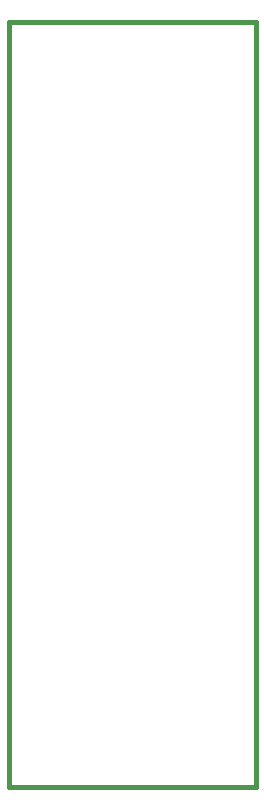
<source format=gm1>
G04 #@! TF.FileFunction,Profile,NP*
%FSLAX46Y46*%
G04 Gerber Fmt 4.6, Leading zero omitted, Abs format (unit mm)*
G04 Created by KiCad (PCBNEW 4.0.0-rc2-1-stable) date Friday, February 19, 2016 'amt' 09:33:00 am*
%MOMM*%
G01*
G04 APERTURE LIST*
%ADD10C,0.150000*%
%ADD11C,0.381000*%
G04 APERTURE END LIST*
D10*
D11*
X15240000Y-78740000D02*
X15240000Y-13970000D01*
X36195000Y-78740000D02*
X15240000Y-78740000D01*
X36195000Y-78740000D02*
X36195000Y-13970000D01*
X15240000Y-13970000D02*
X36195000Y-13970000D01*
M02*

</source>
